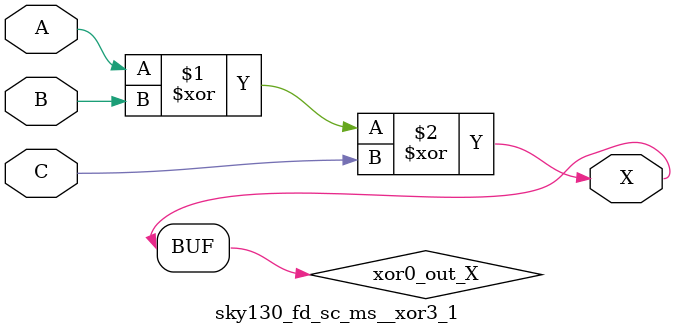
<source format=v>
module sky130_fd_sc_ms__xor3_1 (
    X,
    A,
    B,
    C
);
    output X;
    input  A;
    input  B;
    input  C;
    wire xor0_out_X;
    xor xor0 (xor0_out_X, A, B, C        );
    buf buf0 (X         , xor0_out_X     );
endmodule
</source>
